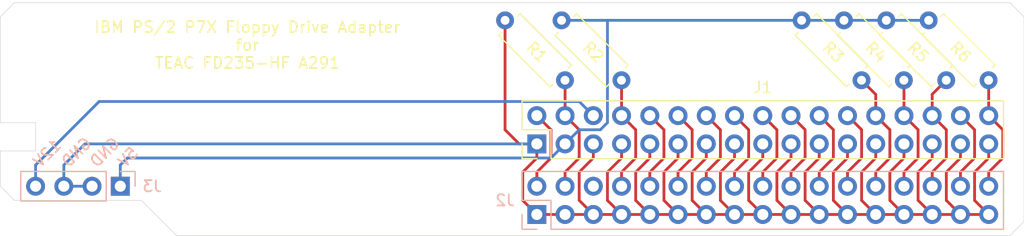
<source format=kicad_pcb>
(kicad_pcb (version 20171130) (host pcbnew 5.1.9)

  (general
    (thickness 1.6)
    (drawings 19)
    (tracks 159)
    (zones 0)
    (modules 9)
    (nets 21)
  )

  (page A4)
  (title_block
    (title "IBM PS/2 P7X Floppy Drive Adapter for TEAC FD235-HF A291")
    (date 2021-04-07)
    (rev v01)
    (company "Malte Dehling")
  )

  (layers
    (0 F.Cu signal)
    (31 B.Cu signal)
    (32 B.Adhes user)
    (33 F.Adhes user)
    (34 B.Paste user)
    (35 F.Paste user)
    (36 B.SilkS user)
    (37 F.SilkS user)
    (38 B.Mask user)
    (39 F.Mask user)
    (40 Dwgs.User user)
    (41 Cmts.User user)
    (42 Eco1.User user)
    (43 Eco2.User user)
    (44 Edge.Cuts user)
    (45 Margin user)
    (46 B.CrtYd user)
    (47 F.CrtYd user)
    (48 B.Fab user)
    (49 F.Fab user)
  )

  (setup
    (last_trace_width 0.25)
    (trace_clearance 0.2)
    (zone_clearance 0.508)
    (zone_45_only no)
    (trace_min 0.2)
    (via_size 0.8)
    (via_drill 0.4)
    (via_min_size 0.4)
    (via_min_drill 0.3)
    (uvia_size 0.3)
    (uvia_drill 0.1)
    (uvias_allowed no)
    (uvia_min_size 0.2)
    (uvia_min_drill 0.1)
    (edge_width 0.05)
    (segment_width 0.2)
    (pcb_text_width 0.3)
    (pcb_text_size 1.5 1.5)
    (mod_edge_width 0.12)
    (mod_text_size 1 1)
    (mod_text_width 0.15)
    (pad_size 1.524 1.524)
    (pad_drill 0.762)
    (pad_to_mask_clearance 0)
    (aux_axis_origin 0 0)
    (visible_elements FFFFFF7F)
    (pcbplotparams
      (layerselection 0x010fc_ffffffff)
      (usegerberextensions false)
      (usegerberattributes true)
      (usegerberadvancedattributes true)
      (creategerberjobfile true)
      (excludeedgelayer true)
      (linewidth 0.100000)
      (plotframeref false)
      (viasonmask false)
      (mode 1)
      (useauxorigin false)
      (hpglpennumber 1)
      (hpglpenspeed 20)
      (hpglpendiameter 15.000000)
      (psnegative false)
      (psa4output false)
      (plotreference true)
      (plotvalue true)
      (plotinvisibletext false)
      (padsonsilk false)
      (subtractmaskfromsilk false)
      (outputformat 1)
      (mirror false)
      (drillshape 1)
      (scaleselection 1)
      (outputdirectory ""))
  )

  (net 0 "")
  (net 1 GND)
  (net 2 /HDSEL)
  (net 3 +5V)
  (net 4 /ID1)
  (net 5 +12V)
  (net 6 /INDEX)
  (net 7 /MOTEN_B)
  (net 8 /DSEL_A)
  (net 9 /DSEL_B)
  (net 10 /MOTEN_A)
  (net 11 /DIR)
  (net 12 /STEP)
  (net 13 /WDATA)
  (net 14 /WENABLE)
  (net 15 /TRACK0)
  (net 16 /WPROT)
  (net 17 /RDATA)
  (net 18 /H1SEL)
  (net 19 /DISKCHG)
  (net 20 "Net-(J2-Pad6)")

  (net_class Default "This is the default net class."
    (clearance 0.2)
    (trace_width 0.25)
    (via_dia 0.8)
    (via_drill 0.4)
    (uvia_dia 0.3)
    (uvia_drill 0.1)
    (add_net +12V)
    (add_net +5V)
    (add_net /DIR)
    (add_net /DISKCHG)
    (add_net /DSEL_A)
    (add_net /DSEL_B)
    (add_net /H1SEL)
    (add_net /HDSEL)
    (add_net /ID1)
    (add_net /INDEX)
    (add_net /MOTEN_A)
    (add_net /MOTEN_B)
    (add_net /RDATA)
    (add_net /STEP)
    (add_net /TRACK0)
    (add_net /WDATA)
    (add_net /WENABLE)
    (add_net /WPROT)
    (add_net GND)
    (add_net "Net-(J2-Pad6)")
  )

  (module Connector_PinSocket_2.54mm:PinSocket_1x04_P2.54mm_Vertical (layer B.Cu) (tedit 5A19A429) (tstamp 60443387)
    (at 115.57 109.22 90)
    (descr "Through hole straight socket strip, 1x04, 2.54mm pitch, single row (from Kicad 4.0.7), script generated")
    (tags "Through hole socket strip THT 1x04 2.54mm single row")
    (path /6032E183)
    (fp_text reference J3 (at 0 1.905 unlocked) (layer B.SilkS)
      (effects (font (size 1 1) (thickness 0.15)) (justify right mirror))
    )
    (fp_text value "Floppy Power" (at 2.54 -3.81 180) (layer B.Fab)
      (effects (font (size 1 1) (thickness 0.15)) (justify mirror))
    )
    (fp_text user %R (at 0 1.905 unlocked) (layer B.Fab)
      (effects (font (size 1 1) (thickness 0.15)) (justify right mirror))
    )
    (fp_line (start -1.27 1.27) (end 0.635 1.27) (layer B.Fab) (width 0.1))
    (fp_line (start 0.635 1.27) (end 1.27 0.635) (layer B.Fab) (width 0.1))
    (fp_line (start 1.27 0.635) (end 1.27 -8.89) (layer B.Fab) (width 0.1))
    (fp_line (start 1.27 -8.89) (end -1.27 -8.89) (layer B.Fab) (width 0.1))
    (fp_line (start -1.27 -8.89) (end -1.27 1.27) (layer B.Fab) (width 0.1))
    (fp_line (start -1.33 -1.27) (end 1.33 -1.27) (layer B.SilkS) (width 0.12))
    (fp_line (start -1.33 -1.27) (end -1.33 -8.95) (layer B.SilkS) (width 0.12))
    (fp_line (start -1.33 -8.95) (end 1.33 -8.95) (layer B.SilkS) (width 0.12))
    (fp_line (start 1.33 -1.27) (end 1.33 -8.95) (layer B.SilkS) (width 0.12))
    (fp_line (start 1.33 1.33) (end 1.33 0) (layer B.SilkS) (width 0.12))
    (fp_line (start 0 1.33) (end 1.33 1.33) (layer B.SilkS) (width 0.12))
    (fp_line (start -1.8 1.8) (end 1.75 1.8) (layer B.CrtYd) (width 0.05))
    (fp_line (start 1.75 1.8) (end 1.75 -9.4) (layer B.CrtYd) (width 0.05))
    (fp_line (start 1.75 -9.4) (end -1.8 -9.4) (layer B.CrtYd) (width 0.05))
    (fp_line (start -1.8 -9.4) (end -1.8 1.8) (layer B.CrtYd) (width 0.05))
    (pad 4 thru_hole oval (at 0 -7.62 90) (size 1.7 1.7) (drill 1) (layers *.Cu *.Mask)
      (net 5 +12V))
    (pad 3 thru_hole oval (at 0 -5.08 90) (size 1.7 1.7) (drill 1) (layers *.Cu *.Mask)
      (net 1 GND))
    (pad 2 thru_hole oval (at 0 -2.54 90) (size 1.7 1.7) (drill 1) (layers *.Cu *.Mask)
      (net 1 GND))
    (pad 1 thru_hole rect (at 0 0 90) (size 1.7 1.7) (drill 1) (layers *.Cu *.Mask)
      (net 3 +5V))
    (model ${KISYS3DMOD}/Connector_PinSocket_2.54mm.3dshapes/PinSocket_1x04_P2.54mm_Vertical.wrl
      (at (xyz 0 0 0))
      (scale (xyz 1 1 1))
      (rotate (xyz 0 0 0))
    )
  )

  (module Resistor_THT:R_Axial_DIN0207_L6.3mm_D2.5mm_P7.62mm_Horizontal (layer F.Cu) (tedit 5AE5139B) (tstamp 604433F4)
    (at 188.2775 94.2975 315)
    (descr "Resistor, Axial_DIN0207 series, Axial, Horizontal, pin pitch=7.62mm, 0.25W = 1/4W, length*diameter=6.3*2.5mm^2, http://cdn-reichelt.de/documents/datenblatt/B400/1_4W%23YAG.pdf")
    (tags "Resistor Axial_DIN0207 series Axial Horizontal pin pitch 7.62mm 0.25W = 1/4W length 6.3mm diameter 2.5mm")
    (path /6048DB0C)
    (fp_text reference R6 (at 4.041115 0 315 unlocked) (layer F.SilkS)
      (effects (font (size 1 1) (thickness 0.15)))
    )
    (fp_text value 1K (at 5.837166 0 315 unlocked) (layer F.Fab)
      (effects (font (size 1 1) (thickness 0.15)))
    )
    (fp_text user %R (at 4.041115 0 315 unlocked) (layer F.Fab)
      (effects (font (size 1 1) (thickness 0.15)))
    )
    (fp_line (start 0.66 -1.25) (end 0.66 1.25) (layer F.Fab) (width 0.1))
    (fp_line (start 0.66 1.25) (end 6.96 1.25) (layer F.Fab) (width 0.1))
    (fp_line (start 6.96 1.25) (end 6.96 -1.25) (layer F.Fab) (width 0.1))
    (fp_line (start 6.96 -1.25) (end 0.66 -1.25) (layer F.Fab) (width 0.1))
    (fp_line (start 0 0) (end 0.66 0) (layer F.Fab) (width 0.1))
    (fp_line (start 7.62 0) (end 6.96 0) (layer F.Fab) (width 0.1))
    (fp_line (start 0.54 -1.04) (end 0.54 -1.37) (layer F.SilkS) (width 0.12))
    (fp_line (start 0.54 -1.37) (end 7.08 -1.37) (layer F.SilkS) (width 0.12))
    (fp_line (start 7.08 -1.37) (end 7.08 -1.04) (layer F.SilkS) (width 0.12))
    (fp_line (start 0.54 1.04) (end 0.54 1.37) (layer F.SilkS) (width 0.12))
    (fp_line (start 0.54 1.37) (end 7.08 1.37) (layer F.SilkS) (width 0.12))
    (fp_line (start 7.08 1.37) (end 7.08 1.04) (layer F.SilkS) (width 0.12))
    (fp_line (start -1.05 -1.5) (end -1.05 1.5) (layer F.CrtYd) (width 0.05))
    (fp_line (start -1.05 1.5) (end 8.67 1.5) (layer F.CrtYd) (width 0.05))
    (fp_line (start 8.67 1.5) (end 8.67 -1.5) (layer F.CrtYd) (width 0.05))
    (fp_line (start 8.67 -1.5) (end -1.05 -1.5) (layer F.CrtYd) (width 0.05))
    (pad 2 thru_hole oval (at 7.62 0 315) (size 1.6 1.6) (drill 0.8) (layers *.Cu *.Mask)
      (net 19 /DISKCHG))
    (pad 1 thru_hole circle (at 0 0 315) (size 1.6 1.6) (drill 0.8) (layers *.Cu *.Mask)
      (net 3 +5V))
    (model ${KISYS3DMOD}/Resistor_THT.3dshapes/R_Axial_DIN0207_L6.3mm_D2.5mm_P7.62mm_Horizontal.wrl
      (at (xyz 0 0 0))
      (scale (xyz 1 1 1))
      (rotate (xyz 0 0 0))
    )
  )

  (module Resistor_THT:R_Axial_DIN0207_L6.3mm_D2.5mm_P7.62mm_Horizontal (layer F.Cu) (tedit 5AE5139B) (tstamp 604384AF)
    (at 155.2575 94.2975 315)
    (descr "Resistor, Axial_DIN0207 series, Axial, Horizontal, pin pitch=7.62mm, 0.25W = 1/4W, length*diameter=6.3*2.5mm^2, http://cdn-reichelt.de/documents/datenblatt/B400/1_4W%23YAG.pdf")
    (tags "Resistor Axial_DIN0207 series Axial Horizontal pin pitch 7.62mm 0.25W = 1/4W length 6.3mm diameter 2.5mm")
    (path /602ED89B)
    (fp_text reference R2 (at 4.041115 0 315 unlocked) (layer F.SilkS)
      (effects (font (size 1 1) (thickness 0.15)))
    )
    (fp_text value 1K (at 5.837166 0 135 unlocked) (layer F.Fab)
      (effects (font (size 1 1) (thickness 0.15)))
    )
    (fp_text user %R (at 4.041115 0 135 unlocked) (layer F.Fab)
      (effects (font (size 1 1) (thickness 0.15)))
    )
    (fp_line (start 0.66 -1.25) (end 0.66 1.25) (layer F.Fab) (width 0.1))
    (fp_line (start 0.66 1.25) (end 6.96 1.25) (layer F.Fab) (width 0.1))
    (fp_line (start 6.96 1.25) (end 6.96 -1.25) (layer F.Fab) (width 0.1))
    (fp_line (start 6.96 -1.25) (end 0.66 -1.25) (layer F.Fab) (width 0.1))
    (fp_line (start 0 0) (end 0.66 0) (layer F.Fab) (width 0.1))
    (fp_line (start 7.62 0) (end 6.96 0) (layer F.Fab) (width 0.1))
    (fp_line (start 0.54 -1.04) (end 0.54 -1.37) (layer F.SilkS) (width 0.12))
    (fp_line (start 0.54 -1.37) (end 7.08 -1.37) (layer F.SilkS) (width 0.12))
    (fp_line (start 7.08 -1.37) (end 7.08 -1.04) (layer F.SilkS) (width 0.12))
    (fp_line (start 0.54 1.04) (end 0.54 1.37) (layer F.SilkS) (width 0.12))
    (fp_line (start 0.54 1.37) (end 7.08 1.37) (layer F.SilkS) (width 0.12))
    (fp_line (start 7.08 1.37) (end 7.08 1.04) (layer F.SilkS) (width 0.12))
    (fp_line (start -1.05 -1.5) (end -1.05 1.5) (layer F.CrtYd) (width 0.05))
    (fp_line (start -1.05 1.5) (end 8.67 1.5) (layer F.CrtYd) (width 0.05))
    (fp_line (start 8.67 1.5) (end 8.67 -1.5) (layer F.CrtYd) (width 0.05))
    (fp_line (start 8.67 -1.5) (end -1.05 -1.5) (layer F.CrtYd) (width 0.05))
    (pad 2 thru_hole oval (at 7.62 0 315) (size 1.6 1.6) (drill 0.8) (layers *.Cu *.Mask)
      (net 6 /INDEX))
    (pad 1 thru_hole circle (at 0 0 315) (size 1.6 1.6) (drill 0.8) (layers *.Cu *.Mask)
      (net 3 +5V))
    (model ${KISYS3DMOD}/Resistor_THT.3dshapes/R_Axial_DIN0207_L6.3mm_D2.5mm_P7.62mm_Horizontal.wrl
      (at (xyz 0 0 0))
      (scale (xyz 1 1 1))
      (rotate (xyz 0 0 0))
    )
  )

  (module Resistor_THT:R_Axial_DIN0207_L6.3mm_D2.5mm_P7.62mm_Horizontal (layer F.Cu) (tedit 5AE5139B) (tstamp 6044DAC6)
    (at 150.1775 94.2975 315)
    (descr "Resistor, Axial_DIN0207 series, Axial, Horizontal, pin pitch=7.62mm, 0.25W = 1/4W, length*diameter=6.3*2.5mm^2, http://cdn-reichelt.de/documents/datenblatt/B400/1_4W%23YAG.pdf")
    (tags "Resistor Axial_DIN0207 series Axial Horizontal pin pitch 7.62mm 0.25W = 1/4W length 6.3mm diameter 2.5mm")
    (path /60322258)
    (fp_text reference R1 (at 4.041115 0 315 unlocked) (layer F.SilkS)
      (effects (font (size 1 1) (thickness 0.15)))
    )
    (fp_text value 1K (at 5.837166 0 135 unlocked) (layer F.Fab)
      (effects (font (size 1 1) (thickness 0.15)))
    )
    (fp_text user %R (at 4.041115 0 315 unlocked) (layer F.Fab)
      (effects (font (size 1 1) (thickness 0.15)))
    )
    (fp_line (start 0.66 -1.25) (end 0.66 1.25) (layer F.Fab) (width 0.1))
    (fp_line (start 0.66 1.25) (end 6.96 1.25) (layer F.Fab) (width 0.1))
    (fp_line (start 6.96 1.25) (end 6.96 -1.25) (layer F.Fab) (width 0.1))
    (fp_line (start 6.96 -1.25) (end 0.66 -1.25) (layer F.Fab) (width 0.1))
    (fp_line (start 0 0) (end 0.66 0) (layer F.Fab) (width 0.1))
    (fp_line (start 7.62 0) (end 6.96 0) (layer F.Fab) (width 0.1))
    (fp_line (start 0.54 -1.04) (end 0.54 -1.37) (layer F.SilkS) (width 0.12))
    (fp_line (start 0.54 -1.37) (end 7.08 -1.37) (layer F.SilkS) (width 0.12))
    (fp_line (start 7.08 -1.37) (end 7.08 -1.04) (layer F.SilkS) (width 0.12))
    (fp_line (start 0.54 1.04) (end 0.54 1.37) (layer F.SilkS) (width 0.12))
    (fp_line (start 0.54 1.37) (end 7.08 1.37) (layer F.SilkS) (width 0.12))
    (fp_line (start 7.08 1.37) (end 7.08 1.04) (layer F.SilkS) (width 0.12))
    (fp_line (start -1.05 -1.5) (end -1.05 1.5) (layer F.CrtYd) (width 0.05))
    (fp_line (start -1.05 1.5) (end 8.67 1.5) (layer F.CrtYd) (width 0.05))
    (fp_line (start 8.67 1.5) (end 8.67 -1.5) (layer F.CrtYd) (width 0.05))
    (fp_line (start 8.67 -1.5) (end -1.05 -1.5) (layer F.CrtYd) (width 0.05))
    (pad 2 thru_hole oval (at 7.62 0 315) (size 1.6 1.6) (drill 0.8) (layers *.Cu *.Mask)
      (net 4 /ID1))
    (pad 1 thru_hole circle (at 0 0 315) (size 1.6 1.6) (drill 0.8) (layers *.Cu *.Mask)
      (net 1 GND))
    (model ${KISYS3DMOD}/Resistor_THT.3dshapes/R_Axial_DIN0207_L6.3mm_D2.5mm_P7.62mm_Horizontal.wrl
      (at (xyz 0 0 0))
      (scale (xyz 1 1 1))
      (rotate (xyz 0 0 0))
    )
  )

  (module Resistor_THT:R_Axial_DIN0207_L6.3mm_D2.5mm_P7.62mm_Horizontal (layer F.Cu) (tedit 5AE5139B) (tstamp 606D9640)
    (at 176.8475 94.2975 315)
    (descr "Resistor, Axial_DIN0207 series, Axial, Horizontal, pin pitch=7.62mm, 0.25W = 1/4W, length*diameter=6.3*2.5mm^2, http://cdn-reichelt.de/documents/datenblatt/B400/1_4W%23YAG.pdf")
    (tags "Resistor Axial_DIN0207 series Axial Horizontal pin pitch 7.62mm 0.25W = 1/4W length 6.3mm diameter 2.5mm")
    (path /6048CB0A)
    (fp_text reference R3 (at 4.041115 0 315 unlocked) (layer F.SilkS)
      (effects (font (size 1 1) (thickness 0.15)))
    )
    (fp_text value 1K (at 5.837166 0 315 unlocked) (layer F.Fab)
      (effects (font (size 1 1) (thickness 0.15)))
    )
    (fp_text user %R (at 4.041115 0 315 unlocked) (layer F.Fab)
      (effects (font (size 1 1) (thickness 0.15)))
    )
    (fp_line (start 0.66 -1.25) (end 0.66 1.25) (layer F.Fab) (width 0.1))
    (fp_line (start 0.66 1.25) (end 6.96 1.25) (layer F.Fab) (width 0.1))
    (fp_line (start 6.96 1.25) (end 6.96 -1.25) (layer F.Fab) (width 0.1))
    (fp_line (start 6.96 -1.25) (end 0.66 -1.25) (layer F.Fab) (width 0.1))
    (fp_line (start 0 0) (end 0.66 0) (layer F.Fab) (width 0.1))
    (fp_line (start 7.62 0) (end 6.96 0) (layer F.Fab) (width 0.1))
    (fp_line (start 0.54 -1.04) (end 0.54 -1.37) (layer F.SilkS) (width 0.12))
    (fp_line (start 0.54 -1.37) (end 7.08 -1.37) (layer F.SilkS) (width 0.12))
    (fp_line (start 7.08 -1.37) (end 7.08 -1.04) (layer F.SilkS) (width 0.12))
    (fp_line (start 0.54 1.04) (end 0.54 1.37) (layer F.SilkS) (width 0.12))
    (fp_line (start 0.54 1.37) (end 7.08 1.37) (layer F.SilkS) (width 0.12))
    (fp_line (start 7.08 1.37) (end 7.08 1.04) (layer F.SilkS) (width 0.12))
    (fp_line (start -1.05 -1.5) (end -1.05 1.5) (layer F.CrtYd) (width 0.05))
    (fp_line (start -1.05 1.5) (end 8.67 1.5) (layer F.CrtYd) (width 0.05))
    (fp_line (start 8.67 1.5) (end 8.67 -1.5) (layer F.CrtYd) (width 0.05))
    (fp_line (start 8.67 -1.5) (end -1.05 -1.5) (layer F.CrtYd) (width 0.05))
    (pad 2 thru_hole oval (at 7.62 0 315) (size 1.6 1.6) (drill 0.8) (layers *.Cu *.Mask)
      (net 15 /TRACK0))
    (pad 1 thru_hole circle (at 0 0 315) (size 1.6 1.6) (drill 0.8) (layers *.Cu *.Mask)
      (net 3 +5V))
    (model ${KISYS3DMOD}/Resistor_THT.3dshapes/R_Axial_DIN0207_L6.3mm_D2.5mm_P7.62mm_Horizontal.wrl
      (at (xyz 0 0 0))
      (scale (xyz 1 1 1))
      (rotate (xyz 0 0 0))
    )
  )

  (module Resistor_THT:R_Axial_DIN0207_L6.3mm_D2.5mm_P7.62mm_Horizontal (layer F.Cu) (tedit 5AE5139B) (tstamp 6044D733)
    (at 180.6575 94.2975 315)
    (descr "Resistor, Axial_DIN0207 series, Axial, Horizontal, pin pitch=7.62mm, 0.25W = 1/4W, length*diameter=6.3*2.5mm^2, http://cdn-reichelt.de/documents/datenblatt/B400/1_4W%23YAG.pdf")
    (tags "Resistor Axial_DIN0207 series Axial Horizontal pin pitch 7.62mm 0.25W = 1/4W length 6.3mm diameter 2.5mm")
    (path /6048D34A)
    (fp_text reference R4 (at 4.041115 0 315 unlocked) (layer F.SilkS)
      (effects (font (size 1 1) (thickness 0.15)))
    )
    (fp_text value 1K (at 5.837166 0 315 unlocked) (layer F.Fab)
      (effects (font (size 1 1) (thickness 0.15)))
    )
    (fp_text user %R (at 4.041115 0 315 unlocked) (layer F.Fab)
      (effects (font (size 1 1) (thickness 0.15)))
    )
    (fp_line (start 0.66 -1.25) (end 0.66 1.25) (layer F.Fab) (width 0.1))
    (fp_line (start 0.66 1.25) (end 6.96 1.25) (layer F.Fab) (width 0.1))
    (fp_line (start 6.96 1.25) (end 6.96 -1.25) (layer F.Fab) (width 0.1))
    (fp_line (start 6.96 -1.25) (end 0.66 -1.25) (layer F.Fab) (width 0.1))
    (fp_line (start 0 0) (end 0.66 0) (layer F.Fab) (width 0.1))
    (fp_line (start 7.62 0) (end 6.96 0) (layer F.Fab) (width 0.1))
    (fp_line (start 0.54 -1.04) (end 0.54 -1.37) (layer F.SilkS) (width 0.12))
    (fp_line (start 0.54 -1.37) (end 7.08 -1.37) (layer F.SilkS) (width 0.12))
    (fp_line (start 7.08 -1.37) (end 7.08 -1.04) (layer F.SilkS) (width 0.12))
    (fp_line (start 0.54 1.04) (end 0.54 1.37) (layer F.SilkS) (width 0.12))
    (fp_line (start 0.54 1.37) (end 7.08 1.37) (layer F.SilkS) (width 0.12))
    (fp_line (start 7.08 1.37) (end 7.08 1.04) (layer F.SilkS) (width 0.12))
    (fp_line (start -1.05 -1.5) (end -1.05 1.5) (layer F.CrtYd) (width 0.05))
    (fp_line (start -1.05 1.5) (end 8.67 1.5) (layer F.CrtYd) (width 0.05))
    (fp_line (start 8.67 1.5) (end 8.67 -1.5) (layer F.CrtYd) (width 0.05))
    (fp_line (start 8.67 -1.5) (end -1.05 -1.5) (layer F.CrtYd) (width 0.05))
    (pad 2 thru_hole oval (at 7.62 0 315) (size 1.6 1.6) (drill 0.8) (layers *.Cu *.Mask)
      (net 16 /WPROT))
    (pad 1 thru_hole circle (at 0 0 315) (size 1.6 1.6) (drill 0.8) (layers *.Cu *.Mask)
      (net 3 +5V))
    (model ${KISYS3DMOD}/Resistor_THT.3dshapes/R_Axial_DIN0207_L6.3mm_D2.5mm_P7.62mm_Horizontal.wrl
      (at (xyz 0 0 0))
      (scale (xyz 1 1 1))
      (rotate (xyz 0 0 0))
    )
  )

  (module Resistor_THT:R_Axial_DIN0207_L6.3mm_D2.5mm_P7.62mm_Horizontal (layer F.Cu) (tedit 5AE5139B) (tstamp 606D927F)
    (at 184.4675 94.2975 315)
    (descr "Resistor, Axial_DIN0207 series, Axial, Horizontal, pin pitch=7.62mm, 0.25W = 1/4W, length*diameter=6.3*2.5mm^2, http://cdn-reichelt.de/documents/datenblatt/B400/1_4W%23YAG.pdf")
    (tags "Resistor Axial_DIN0207 series Axial Horizontal pin pitch 7.62mm 0.25W = 1/4W length 6.3mm diameter 2.5mm")
    (path /6048D80A)
    (fp_text reference R5 (at 4.041115 0 315 unlocked) (layer F.SilkS)
      (effects (font (size 1 1) (thickness 0.15)))
    )
    (fp_text value 1K (at 5.837166 0 315 unlocked) (layer F.Fab)
      (effects (font (size 1 1) (thickness 0.15)))
    )
    (fp_text user %R (at 4.041115 0 315 unlocked) (layer F.Fab)
      (effects (font (size 1 1) (thickness 0.15)))
    )
    (fp_line (start 0.66 -1.25) (end 0.66 1.25) (layer F.Fab) (width 0.1))
    (fp_line (start 0.66 1.25) (end 6.96 1.25) (layer F.Fab) (width 0.1))
    (fp_line (start 6.96 1.25) (end 6.96 -1.25) (layer F.Fab) (width 0.1))
    (fp_line (start 6.96 -1.25) (end 0.66 -1.25) (layer F.Fab) (width 0.1))
    (fp_line (start 0 0) (end 0.66 0) (layer F.Fab) (width 0.1))
    (fp_line (start 7.62 0) (end 6.96 0) (layer F.Fab) (width 0.1))
    (fp_line (start 0.54 -1.04) (end 0.54 -1.37) (layer F.SilkS) (width 0.12))
    (fp_line (start 0.54 -1.37) (end 7.08 -1.37) (layer F.SilkS) (width 0.12))
    (fp_line (start 7.08 -1.37) (end 7.08 -1.04) (layer F.SilkS) (width 0.12))
    (fp_line (start 0.54 1.04) (end 0.54 1.37) (layer F.SilkS) (width 0.12))
    (fp_line (start 0.54 1.37) (end 7.08 1.37) (layer F.SilkS) (width 0.12))
    (fp_line (start 7.08 1.37) (end 7.08 1.04) (layer F.SilkS) (width 0.12))
    (fp_line (start -1.05 -1.5) (end -1.05 1.5) (layer F.CrtYd) (width 0.05))
    (fp_line (start -1.05 1.5) (end 8.67 1.5) (layer F.CrtYd) (width 0.05))
    (fp_line (start 8.67 1.5) (end 8.67 -1.5) (layer F.CrtYd) (width 0.05))
    (fp_line (start 8.67 -1.5) (end -1.05 -1.5) (layer F.CrtYd) (width 0.05))
    (pad 2 thru_hole oval (at 7.62 0 315) (size 1.6 1.6) (drill 0.8) (layers *.Cu *.Mask)
      (net 17 /RDATA))
    (pad 1 thru_hole circle (at 0 0 315) (size 1.6 1.6) (drill 0.8) (layers *.Cu *.Mask)
      (net 3 +5V))
    (model ${KISYS3DMOD}/Resistor_THT.3dshapes/R_Axial_DIN0207_L6.3mm_D2.5mm_P7.62mm_Horizontal.wrl
      (at (xyz 0 0 0))
      (scale (xyz 1 1 1))
      (rotate (xyz 0 0 0))
    )
  )

  (module Connector_PinHeader_2.54mm:PinHeader_2x17_P2.54mm_Vertical (layer F.Cu) (tedit 59FED5CC) (tstamp 6043FAED)
    (at 153.035 105.41 90)
    (descr "Through hole straight pin header, 2x17, 2.54mm pitch, double rows")
    (tags "Through hole pin header THT 2x17 2.54mm double row")
    (path /602920B2)
    (fp_text reference J1 (at 5.08 20.32 unlocked) (layer F.SilkS)
      (effects (font (size 1 1) (thickness 0.15)))
    )
    (fp_text value "P7X Side" (at 0 -1.905 unlocked) (layer F.Fab)
      (effects (font (size 1 1) (thickness 0.15)) (justify right))
    )
    (fp_line (start 0 -1.27) (end 3.81 -1.27) (layer F.Fab) (width 0.1))
    (fp_line (start 3.81 -1.27) (end 3.81 41.91) (layer F.Fab) (width 0.1))
    (fp_line (start 3.81 41.91) (end -1.27 41.91) (layer F.Fab) (width 0.1))
    (fp_line (start -1.27 41.91) (end -1.27 0) (layer F.Fab) (width 0.1))
    (fp_line (start -1.27 0) (end 0 -1.27) (layer F.Fab) (width 0.1))
    (fp_line (start -1.33 41.97) (end 3.87 41.97) (layer F.SilkS) (width 0.12))
    (fp_line (start -1.33 1.27) (end -1.33 41.97) (layer F.SilkS) (width 0.12))
    (fp_line (start 3.87 -1.33) (end 3.87 41.97) (layer F.SilkS) (width 0.12))
    (fp_line (start -1.33 1.27) (end 1.27 1.27) (layer F.SilkS) (width 0.12))
    (fp_line (start 1.27 1.27) (end 1.27 -1.33) (layer F.SilkS) (width 0.12))
    (fp_line (start 1.27 -1.33) (end 3.87 -1.33) (layer F.SilkS) (width 0.12))
    (fp_line (start -1.33 0) (end -1.33 -1.33) (layer F.SilkS) (width 0.12))
    (fp_line (start -1.33 -1.33) (end 0 -1.33) (layer F.SilkS) (width 0.12))
    (fp_line (start -1.8 -1.8) (end -1.8 42.45) (layer F.CrtYd) (width 0.05))
    (fp_line (start -1.8 42.45) (end 4.35 42.45) (layer F.CrtYd) (width 0.05))
    (fp_line (start 4.35 42.45) (end 4.35 -1.8) (layer F.CrtYd) (width 0.05))
    (fp_line (start 4.35 -1.8) (end -1.8 -1.8) (layer F.CrtYd) (width 0.05))
    (fp_text user %R (at 1.27 20.32) (layer F.Fab)
      (effects (font (size 1 1) (thickness 0.15)))
    )
    (pad 34 thru_hole oval (at 2.54 40.64 90) (size 1.7 1.7) (drill 1) (layers *.Cu *.Mask)
      (net 19 /DISKCHG))
    (pad 33 thru_hole oval (at 0 40.64 90) (size 1.7 1.7) (drill 1) (layers *.Cu *.Mask)
      (net 1 GND))
    (pad 32 thru_hole oval (at 2.54 38.1 90) (size 1.7 1.7) (drill 1) (layers *.Cu *.Mask)
      (net 18 /H1SEL))
    (pad 31 thru_hole oval (at 0 38.1 90) (size 1.7 1.7) (drill 1) (layers *.Cu *.Mask)
      (net 1 GND))
    (pad 30 thru_hole oval (at 2.54 35.56 90) (size 1.7 1.7) (drill 1) (layers *.Cu *.Mask)
      (net 17 /RDATA))
    (pad 29 thru_hole oval (at 0 35.56 90) (size 1.7 1.7) (drill 1) (layers *.Cu *.Mask)
      (net 1 GND))
    (pad 28 thru_hole oval (at 2.54 33.02 90) (size 1.7 1.7) (drill 1) (layers *.Cu *.Mask)
      (net 16 /WPROT))
    (pad 27 thru_hole oval (at 0 33.02 90) (size 1.7 1.7) (drill 1) (layers *.Cu *.Mask)
      (net 1 GND))
    (pad 26 thru_hole oval (at 2.54 30.48 90) (size 1.7 1.7) (drill 1) (layers *.Cu *.Mask)
      (net 15 /TRACK0))
    (pad 25 thru_hole oval (at 0 30.48 90) (size 1.7 1.7) (drill 1) (layers *.Cu *.Mask)
      (net 1 GND))
    (pad 24 thru_hole oval (at 2.54 27.94 90) (size 1.7 1.7) (drill 1) (layers *.Cu *.Mask)
      (net 14 /WENABLE))
    (pad 23 thru_hole oval (at 0 27.94 90) (size 1.7 1.7) (drill 1) (layers *.Cu *.Mask)
      (net 1 GND))
    (pad 22 thru_hole oval (at 2.54 25.4 90) (size 1.7 1.7) (drill 1) (layers *.Cu *.Mask)
      (net 13 /WDATA))
    (pad 21 thru_hole oval (at 0 25.4 90) (size 1.7 1.7) (drill 1) (layers *.Cu *.Mask)
      (net 1 GND))
    (pad 20 thru_hole oval (at 2.54 22.86 90) (size 1.7 1.7) (drill 1) (layers *.Cu *.Mask)
      (net 12 /STEP))
    (pad 19 thru_hole oval (at 0 22.86 90) (size 1.7 1.7) (drill 1) (layers *.Cu *.Mask)
      (net 1 GND))
    (pad 18 thru_hole oval (at 2.54 20.32 90) (size 1.7 1.7) (drill 1) (layers *.Cu *.Mask)
      (net 11 /DIR))
    (pad 17 thru_hole oval (at 0 20.32 90) (size 1.7 1.7) (drill 1) (layers *.Cu *.Mask)
      (net 1 GND))
    (pad 16 thru_hole oval (at 2.54 17.78 90) (size 1.7 1.7) (drill 1) (layers *.Cu *.Mask)
      (net 10 /MOTEN_A))
    (pad 15 thru_hole oval (at 0 17.78 90) (size 1.7 1.7) (drill 1) (layers *.Cu *.Mask)
      (net 1 GND))
    (pad 14 thru_hole oval (at 2.54 15.24 90) (size 1.7 1.7) (drill 1) (layers *.Cu *.Mask)
      (net 9 /DSEL_B))
    (pad 13 thru_hole oval (at 0 15.24 90) (size 1.7 1.7) (drill 1) (layers *.Cu *.Mask)
      (net 1 GND))
    (pad 12 thru_hole oval (at 2.54 12.7 90) (size 1.7 1.7) (drill 1) (layers *.Cu *.Mask)
      (net 8 /DSEL_A))
    (pad 11 thru_hole oval (at 0 12.7 90) (size 1.7 1.7) (drill 1) (layers *.Cu *.Mask)
      (net 1 GND))
    (pad 10 thru_hole oval (at 2.54 10.16 90) (size 1.7 1.7) (drill 1) (layers *.Cu *.Mask)
      (net 7 /MOTEN_B))
    (pad 9 thru_hole oval (at 0 10.16 90) (size 1.7 1.7) (drill 1) (layers *.Cu *.Mask)
      (net 1 GND))
    (pad 8 thru_hole oval (at 2.54 7.62 90) (size 1.7 1.7) (drill 1) (layers *.Cu *.Mask)
      (net 6 /INDEX))
    (pad 7 thru_hole oval (at 0 7.62 90) (size 1.7 1.7) (drill 1) (layers *.Cu *.Mask)
      (net 1 GND))
    (pad 6 thru_hole oval (at 2.54 5.08 90) (size 1.7 1.7) (drill 1) (layers *.Cu *.Mask)
      (net 5 +12V))
    (pad 5 thru_hole oval (at 0 5.08 90) (size 1.7 1.7) (drill 1) (layers *.Cu *.Mask)
      (net 1 GND))
    (pad 4 thru_hole oval (at 2.54 2.54 90) (size 1.7 1.7) (drill 1) (layers *.Cu *.Mask)
      (net 4 /ID1))
    (pad 3 thru_hole oval (at 0 2.54 90) (size 1.7 1.7) (drill 1) (layers *.Cu *.Mask)
      (net 3 +5V))
    (pad 2 thru_hole oval (at 2.54 0 90) (size 1.7 1.7) (drill 1) (layers *.Cu *.Mask)
      (net 2 /HDSEL))
    (pad 1 thru_hole rect (at 0 0 90) (size 1.7 1.7) (drill 1) (layers *.Cu *.Mask)
      (net 1 GND))
    (model ${KISYS3DMOD}/Connector_PinHeader_2.54mm.3dshapes/PinHeader_2x17_P2.54mm_Vertical.wrl
      (at (xyz 0 0 0))
      (scale (xyz 1 1 1))
      (rotate (xyz 0 0 0))
    )
  )

  (module Connector_PinSocket_2.54mm:PinSocket_2x17_P2.54mm_Vertical (layer B.Cu) (tedit 5A19A431) (tstamp 606D9795)
    (at 153.035 111.76 270)
    (descr "Through hole straight socket strip, 2x17, 2.54mm pitch, double cols (from Kicad 4.0.7), script generated")
    (tags "Through hole socket strip THT 2x17 2.54mm double row")
    (path /6029FC5D)
    (fp_text reference J2 (at -1.27 1.905 unlocked) (layer B.SilkS)
      (effects (font (size 1 1) (thickness 0.15)) (justify left mirror))
    )
    (fp_text value "Drive Side" (at 0 1.905 unlocked) (layer B.Fab)
      (effects (font (size 1 1) (thickness 0.15)) (justify left mirror))
    )
    (fp_line (start -4.34 -42.4) (end -4.34 1.8) (layer B.CrtYd) (width 0.05))
    (fp_line (start 1.76 -42.4) (end -4.34 -42.4) (layer B.CrtYd) (width 0.05))
    (fp_line (start 1.76 1.8) (end 1.76 -42.4) (layer B.CrtYd) (width 0.05))
    (fp_line (start -4.34 1.8) (end 1.76 1.8) (layer B.CrtYd) (width 0.05))
    (fp_line (start 0 1.33) (end 1.33 1.33) (layer B.SilkS) (width 0.12))
    (fp_line (start 1.33 1.33) (end 1.33 0) (layer B.SilkS) (width 0.12))
    (fp_line (start -1.27 1.33) (end -1.27 -1.27) (layer B.SilkS) (width 0.12))
    (fp_line (start -1.27 -1.27) (end 1.33 -1.27) (layer B.SilkS) (width 0.12))
    (fp_line (start 1.33 -1.27) (end 1.33 -41.97) (layer B.SilkS) (width 0.12))
    (fp_line (start -3.87 -41.97) (end 1.33 -41.97) (layer B.SilkS) (width 0.12))
    (fp_line (start -3.87 1.33) (end -3.87 -41.97) (layer B.SilkS) (width 0.12))
    (fp_line (start -3.87 1.33) (end -1.27 1.33) (layer B.SilkS) (width 0.12))
    (fp_line (start -3.81 -41.91) (end -3.81 1.27) (layer B.Fab) (width 0.1))
    (fp_line (start 1.27 -41.91) (end -3.81 -41.91) (layer B.Fab) (width 0.1))
    (fp_line (start 1.27 0.27) (end 1.27 -41.91) (layer B.Fab) (width 0.1))
    (fp_line (start 0.27 1.27) (end 1.27 0.27) (layer B.Fab) (width 0.1))
    (fp_line (start -3.81 1.27) (end 0.27 1.27) (layer B.Fab) (width 0.1))
    (fp_text user %R (at -1.27 -20.32 180) (layer B.Fab)
      (effects (font (size 1 1) (thickness 0.15)) (justify mirror))
    )
    (pad 1 thru_hole rect (at 0 0 270) (size 1.7 1.7) (drill 1) (layers *.Cu *.Mask)
      (net 1 GND))
    (pad 2 thru_hole oval (at -2.54 0 270) (size 1.7 1.7) (drill 1) (layers *.Cu *.Mask)
      (net 2 /HDSEL))
    (pad 3 thru_hole oval (at 0 -2.54 270) (size 1.7 1.7) (drill 1) (layers *.Cu *.Mask)
      (net 1 GND))
    (pad 4 thru_hole oval (at -2.54 -2.54 270) (size 1.7 1.7) (drill 1) (layers *.Cu *.Mask)
      (net 4 /ID1))
    (pad 5 thru_hole oval (at 0 -5.08 270) (size 1.7 1.7) (drill 1) (layers *.Cu *.Mask)
      (net 1 GND))
    (pad 6 thru_hole oval (at -2.54 -5.08 270) (size 1.7 1.7) (drill 1) (layers *.Cu *.Mask)
      (net 20 "Net-(J2-Pad6)"))
    (pad 7 thru_hole oval (at 0 -7.62 270) (size 1.7 1.7) (drill 1) (layers *.Cu *.Mask)
      (net 1 GND))
    (pad 8 thru_hole oval (at -2.54 -7.62 270) (size 1.7 1.7) (drill 1) (layers *.Cu *.Mask)
      (net 6 /INDEX))
    (pad 9 thru_hole oval (at 0 -10.16 270) (size 1.7 1.7) (drill 1) (layers *.Cu *.Mask)
      (net 1 GND))
    (pad 10 thru_hole oval (at -2.54 -10.16 270) (size 1.7 1.7) (drill 1) (layers *.Cu *.Mask)
      (net 7 /MOTEN_B))
    (pad 11 thru_hole oval (at 0 -12.7 270) (size 1.7 1.7) (drill 1) (layers *.Cu *.Mask)
      (net 1 GND))
    (pad 12 thru_hole oval (at -2.54 -12.7 270) (size 1.7 1.7) (drill 1) (layers *.Cu *.Mask)
      (net 8 /DSEL_A))
    (pad 13 thru_hole oval (at 0 -15.24 270) (size 1.7 1.7) (drill 1) (layers *.Cu *.Mask)
      (net 1 GND))
    (pad 14 thru_hole oval (at -2.54 -15.24 270) (size 1.7 1.7) (drill 1) (layers *.Cu *.Mask)
      (net 9 /DSEL_B))
    (pad 15 thru_hole oval (at 0 -17.78 270) (size 1.7 1.7) (drill 1) (layers *.Cu *.Mask)
      (net 1 GND))
    (pad 16 thru_hole oval (at -2.54 -17.78 270) (size 1.7 1.7) (drill 1) (layers *.Cu *.Mask)
      (net 10 /MOTEN_A))
    (pad 17 thru_hole oval (at 0 -20.32 270) (size 1.7 1.7) (drill 1) (layers *.Cu *.Mask)
      (net 1 GND))
    (pad 18 thru_hole oval (at -2.54 -20.32 270) (size 1.7 1.7) (drill 1) (layers *.Cu *.Mask)
      (net 11 /DIR))
    (pad 19 thru_hole oval (at 0 -22.86 270) (size 1.7 1.7) (drill 1) (layers *.Cu *.Mask)
      (net 1 GND))
    (pad 20 thru_hole oval (at -2.54 -22.86 270) (size 1.7 1.7) (drill 1) (layers *.Cu *.Mask)
      (net 12 /STEP))
    (pad 21 thru_hole oval (at 0 -25.4 270) (size 1.7 1.7) (drill 1) (layers *.Cu *.Mask)
      (net 1 GND))
    (pad 22 thru_hole oval (at -2.54 -25.4 270) (size 1.7 1.7) (drill 1) (layers *.Cu *.Mask)
      (net 13 /WDATA))
    (pad 23 thru_hole oval (at 0 -27.94 270) (size 1.7 1.7) (drill 1) (layers *.Cu *.Mask)
      (net 1 GND))
    (pad 24 thru_hole oval (at -2.54 -27.94 270) (size 1.7 1.7) (drill 1) (layers *.Cu *.Mask)
      (net 14 /WENABLE))
    (pad 25 thru_hole oval (at 0 -30.48 270) (size 1.7 1.7) (drill 1) (layers *.Cu *.Mask)
      (net 1 GND))
    (pad 26 thru_hole oval (at -2.54 -30.48 270) (size 1.7 1.7) (drill 1) (layers *.Cu *.Mask)
      (net 15 /TRACK0))
    (pad 27 thru_hole oval (at 0 -33.02 270) (size 1.7 1.7) (drill 1) (layers *.Cu *.Mask)
      (net 1 GND))
    (pad 28 thru_hole oval (at -2.54 -33.02 270) (size 1.7 1.7) (drill 1) (layers *.Cu *.Mask)
      (net 16 /WPROT))
    (pad 29 thru_hole oval (at 0 -35.56 270) (size 1.7 1.7) (drill 1) (layers *.Cu *.Mask)
      (net 1 GND))
    (pad 30 thru_hole oval (at -2.54 -35.56 270) (size 1.7 1.7) (drill 1) (layers *.Cu *.Mask)
      (net 17 /RDATA))
    (pad 31 thru_hole oval (at 0 -38.1 270) (size 1.7 1.7) (drill 1) (layers *.Cu *.Mask)
      (net 1 GND))
    (pad 32 thru_hole oval (at -2.54 -38.1 270) (size 1.7 1.7) (drill 1) (layers *.Cu *.Mask)
      (net 18 /H1SEL))
    (pad 33 thru_hole oval (at 0 -40.64 270) (size 1.7 1.7) (drill 1) (layers *.Cu *.Mask)
      (net 1 GND))
    (pad 34 thru_hole oval (at -2.54 -40.64 270) (size 1.7 1.7) (drill 1) (layers *.Cu *.Mask)
      (net 19 /DISKCHG))
    (model ${KISYS3DMOD}/Connector_PinSocket_2.54mm.3dshapes/PinSocket_2x17_P2.54mm_Vertical.wrl
      (at (xyz 0 0 0))
      (scale (xyz 1 1 1))
      (rotate (xyz 0 0 0))
    )
  )

  (gr_line (start 106.045 110.49) (end 117.475 110.49) (layer Edge.Cuts) (width 0.05) (tstamp 606D8B29))
  (gr_line (start 104.775 93.98) (end 106.045 92.71) (layer Edge.Cuts) (width 0.05))
  (gr_line (start 104.775 103.505) (end 104.775 93.98) (layer Edge.Cuts) (width 0.05))
  (gr_line (start 107.95 103.505) (end 104.775 103.505) (layer Edge.Cuts) (width 0.05))
  (gr_line (start 107.95 106.045) (end 107.95 103.505) (layer Edge.Cuts) (width 0.05))
  (gr_line (start 104.775 106.045) (end 107.95 106.045) (layer Edge.Cuts) (width 0.05))
  (gr_line (start 104.775 109.22) (end 104.775 106.045) (layer Edge.Cuts) (width 0.05))
  (gr_line (start 106.045 110.49) (end 104.775 109.22) (layer Edge.Cuts) (width 0.05))
  (gr_line (start 117.475 110.49) (end 120.65 113.665) (layer Edge.Cuts) (width 0.05))
  (gr_line (start 196.85 93.98) (end 196.85 112.395) (layer Edge.Cuts) (width 0.05) (tstamp 606D64F6))
  (gr_line (start 195.58 92.71) (end 106.045 92.71) (layer Edge.Cuts) (width 0.05))
  (gr_line (start 196.85 93.98) (end 195.58 92.71) (layer Edge.Cuts) (width 0.05))
  (gr_line (start 195.58 113.665) (end 196.85 112.395) (layer Edge.Cuts) (width 0.05))
  (gr_line (start 120.65 113.665) (end 195.58 113.665) (layer Edge.Cuts) (width 0.05))
  (gr_text 12V (at 107.95 107.315 45) (layer B.SilkS) (tstamp 606D8D85)
    (effects (font (size 1 1) (thickness 0.15)) (justify right mirror))
  )
  (gr_text GND (at 113.03 107.315 45) (layer B.SilkS)
    (effects (font (size 1 1) (thickness 0.15)) (justify right mirror))
  )
  (gr_text GND (at 110.49 107.315 45) (layer B.SilkS)
    (effects (font (size 1 1) (thickness 0.15)) (justify right mirror))
  )
  (gr_text 5V (at 115.57 107.315 45) (layer B.SilkS)
    (effects (font (size 1 1) (thickness 0.15)) (justify right mirror))
  )
  (gr_text "IBM PS/2 P7X Floppy Drive Adapter\nfor\nTEAC FD235-HF A291" (at 127 96.52) (layer F.SilkS)
    (effects (font (size 1 1) (thickness 0.15)))
  )

  (segment (start 193.675 111.76) (end 192.405 110.49) (width 0.25) (layer F.Cu) (net 1))
  (segment (start 192.405 110.49) (end 192.405 107.95) (width 0.25) (layer F.Cu) (net 1))
  (segment (start 192.405 107.95) (end 193.675 106.68) (width 0.25) (layer F.Cu) (net 1))
  (segment (start 193.675 106.68) (end 193.675 105.41) (width 0.25) (layer F.Cu) (net 1))
  (segment (start 191.135 111.76) (end 189.865 110.49) (width 0.25) (layer F.Cu) (net 1))
  (segment (start 189.865 110.49) (end 189.865 107.95) (width 0.25) (layer F.Cu) (net 1))
  (segment (start 189.865 107.95) (end 191.135 106.68) (width 0.25) (layer F.Cu) (net 1))
  (segment (start 191.135 106.68) (end 191.135 105.41) (width 0.25) (layer F.Cu) (net 1))
  (segment (start 188.595 111.76) (end 187.325 110.49) (width 0.25) (layer F.Cu) (net 1))
  (segment (start 187.325 110.49) (end 187.325 107.95) (width 0.25) (layer F.Cu) (net 1))
  (segment (start 187.325 107.95) (end 188.595 106.68) (width 0.25) (layer F.Cu) (net 1))
  (segment (start 188.595 106.68) (end 188.595 105.41) (width 0.25) (layer F.Cu) (net 1))
  (segment (start 186.055 111.76) (end 184.785 110.49) (width 0.25) (layer F.Cu) (net 1))
  (segment (start 184.785 110.49) (end 184.785 107.95) (width 0.25) (layer F.Cu) (net 1))
  (segment (start 184.785 107.95) (end 186.055 106.68) (width 0.25) (layer F.Cu) (net 1))
  (segment (start 186.055 106.68) (end 186.055 105.41) (width 0.25) (layer F.Cu) (net 1))
  (segment (start 183.515 111.76) (end 182.245 110.49) (width 0.25) (layer F.Cu) (net 1))
  (segment (start 182.245 110.49) (end 182.245 107.95) (width 0.25) (layer F.Cu) (net 1))
  (segment (start 182.245 107.95) (end 183.515 106.68) (width 0.25) (layer F.Cu) (net 1))
  (segment (start 183.515 106.68) (end 183.515 105.41) (width 0.25) (layer F.Cu) (net 1))
  (segment (start 180.975 111.76) (end 179.705 110.49) (width 0.25) (layer F.Cu) (net 1))
  (segment (start 179.705 110.49) (end 179.705 107.95) (width 0.25) (layer F.Cu) (net 1))
  (segment (start 179.705 107.95) (end 180.975 106.68) (width 0.25) (layer F.Cu) (net 1))
  (segment (start 180.975 106.68) (end 180.975 105.41) (width 0.25) (layer F.Cu) (net 1))
  (segment (start 178.435 111.76) (end 177.165 110.49) (width 0.25) (layer F.Cu) (net 1))
  (segment (start 177.165 110.49) (end 177.165 107.95) (width 0.25) (layer F.Cu) (net 1))
  (segment (start 177.165 107.95) (end 178.435 106.68) (width 0.25) (layer F.Cu) (net 1))
  (segment (start 178.435 106.68) (end 178.435 105.41) (width 0.25) (layer F.Cu) (net 1))
  (segment (start 175.895 111.76) (end 174.625 110.49) (width 0.25) (layer F.Cu) (net 1))
  (segment (start 174.625 110.49) (end 174.625 107.95) (width 0.25) (layer F.Cu) (net 1))
  (segment (start 174.625 107.95) (end 175.895 106.68) (width 0.25) (layer F.Cu) (net 1))
  (segment (start 175.895 106.68) (end 175.895 105.41) (width 0.25) (layer F.Cu) (net 1))
  (segment (start 173.355 111.76) (end 172.085 110.49) (width 0.25) (layer F.Cu) (net 1))
  (segment (start 172.085 110.49) (end 172.085 107.95) (width 0.25) (layer F.Cu) (net 1))
  (segment (start 172.085 107.95) (end 173.355 106.68) (width 0.25) (layer F.Cu) (net 1))
  (segment (start 173.355 106.68) (end 173.355 105.41) (width 0.25) (layer F.Cu) (net 1))
  (segment (start 170.815 111.76) (end 169.545 110.49) (width 0.25) (layer F.Cu) (net 1))
  (segment (start 169.545 110.49) (end 169.545 107.95) (width 0.25) (layer F.Cu) (net 1))
  (segment (start 169.545 107.95) (end 170.815 106.68) (width 0.25) (layer F.Cu) (net 1))
  (segment (start 170.815 106.68) (end 170.815 105.41) (width 0.25) (layer F.Cu) (net 1))
  (segment (start 168.275 111.76) (end 167.005 110.49) (width 0.25) (layer F.Cu) (net 1))
  (segment (start 167.005 110.49) (end 167.005 107.95) (width 0.25) (layer F.Cu) (net 1))
  (segment (start 167.005 107.95) (end 168.275 106.68) (width 0.25) (layer F.Cu) (net 1))
  (segment (start 168.275 106.68) (end 168.275 105.41) (width 0.25) (layer F.Cu) (net 1))
  (segment (start 165.735 111.76) (end 164.465 110.49) (width 0.25) (layer F.Cu) (net 1))
  (segment (start 164.465 110.49) (end 164.465 107.95) (width 0.25) (layer F.Cu) (net 1))
  (segment (start 164.465 107.95) (end 165.735 106.68) (width 0.25) (layer F.Cu) (net 1))
  (segment (start 165.735 106.68) (end 165.735 105.41) (width 0.25) (layer F.Cu) (net 1))
  (segment (start 163.195 111.76) (end 161.925 110.49) (width 0.25) (layer F.Cu) (net 1))
  (segment (start 161.925 110.49) (end 161.925 107.95) (width 0.25) (layer F.Cu) (net 1))
  (segment (start 161.925 107.95) (end 163.195 106.68) (width 0.25) (layer F.Cu) (net 1))
  (segment (start 163.195 106.68) (end 163.195 105.41) (width 0.25) (layer F.Cu) (net 1))
  (segment (start 160.655 111.76) (end 159.385 110.49) (width 0.25) (layer F.Cu) (net 1))
  (segment (start 159.385 110.49) (end 159.385 107.95) (width 0.25) (layer F.Cu) (net 1))
  (segment (start 159.385 107.95) (end 160.655 106.68) (width 0.25) (layer F.Cu) (net 1))
  (segment (start 160.655 106.68) (end 160.655 105.41) (width 0.25) (layer F.Cu) (net 1))
  (segment (start 158.115 111.76) (end 156.845 110.49) (width 0.25) (layer F.Cu) (net 1))
  (segment (start 156.845 110.49) (end 156.845 107.95) (width 0.25) (layer F.Cu) (net 1))
  (segment (start 156.845 107.95) (end 158.115 106.68) (width 0.25) (layer F.Cu) (net 1))
  (segment (start 158.115 106.68) (end 158.115 105.41) (width 0.25) (layer F.Cu) (net 1))
  (segment (start 153.035 111.76) (end 193.675 111.76) (width 0.25) (layer F.Cu) (net 1))
  (segment (start 153.035 111.76) (end 151.765 110.49) (width 0.25) (layer F.Cu) (net 1))
  (segment (start 151.765 110.49) (end 151.765 107.95) (width 0.25) (layer F.Cu) (net 1))
  (segment (start 151.765 107.95) (end 153.035 106.68) (width 0.25) (layer F.Cu) (net 1))
  (segment (start 153.035 106.68) (end 153.035 105.41) (width 0.25) (layer F.Cu) (net 1))
  (segment (start 113.03 109.22) (end 110.49 109.22) (width 0.25) (layer B.Cu) (net 1))
  (segment (start 110.49 107.315) (end 110.49 109.22) (width 0.25) (layer B.Cu) (net 1))
  (segment (start 112.395 105.41) (end 110.49 107.315) (width 0.25) (layer B.Cu) (net 1))
  (segment (start 153.035 105.41) (end 112.395 105.41) (width 0.25) (layer B.Cu) (net 1))
  (segment (start 150.1775 94.2975) (end 150.1775 104.14) (width 0.25) (layer F.Cu) (net 1))
  (segment (start 150.1775 104.14) (end 151.4475 105.41) (width 0.25) (layer F.Cu) (net 1))
  (segment (start 151.4475 105.41) (end 153.035 105.41) (width 0.25) (layer F.Cu) (net 1))
  (segment (start 153.035 109.22) (end 153.035 107.95) (width 0.25) (layer F.Cu) (net 2))
  (segment (start 153.035 107.95) (end 154.305 106.68) (width 0.25) (layer F.Cu) (net 2))
  (segment (start 154.305 106.68) (end 154.305 104.14) (width 0.25) (layer F.Cu) (net 2))
  (segment (start 154.305 104.14) (end 153.035 102.87) (width 0.25) (layer F.Cu) (net 2))
  (segment (start 159.385 103.505) (end 158.75 104.14) (width 0.25) (layer B.Cu) (net 3))
  (segment (start 158.75 104.14) (end 156.845 104.14) (width 0.25) (layer B.Cu) (net 3))
  (segment (start 156.845 104.14) (end 155.575 105.41) (width 0.25) (layer B.Cu) (net 3))
  (segment (start 155.575 105.41) (end 154.305 106.68) (width 0.25) (layer B.Cu) (net 3))
  (segment (start 159.385 102.87) (end 159.385 94.2975) (width 0.25) (layer B.Cu) (net 3))
  (segment (start 159.385 103.505) (end 159.385 102.87) (width 0.25) (layer B.Cu) (net 3))
  (segment (start 159.385 94.2975) (end 188.2775 94.2975) (width 0.25) (layer B.Cu) (net 3))
  (segment (start 155.2575 94.2975) (end 159.385 94.2975) (width 0.25) (layer B.Cu) (net 3))
  (segment (start 154.305 106.68) (end 116.205 106.68) (width 0.25) (layer B.Cu) (net 3))
  (segment (start 116.205 106.68) (end 115.57 107.315) (width 0.25) (layer B.Cu) (net 3))
  (segment (start 115.57 107.315) (end 115.57 109.22) (width 0.25) (layer B.Cu) (net 3))
  (segment (start 155.575 109.22) (end 155.575 107.95) (width 0.25) (layer F.Cu) (net 4))
  (segment (start 155.575 107.95) (end 156.845 106.68) (width 0.25) (layer F.Cu) (net 4))
  (segment (start 156.845 106.68) (end 156.845 104.14) (width 0.25) (layer F.Cu) (net 4))
  (segment (start 156.845 104.14) (end 155.575 102.87) (width 0.25) (layer F.Cu) (net 4))
  (segment (start 155.575 102.87) (end 155.575 99.695) (width 0.25) (layer F.Cu) (net 4))
  (segment (start 158.115 102.87) (end 156.845 101.6) (width 0.25) (layer B.Cu) (net 5))
  (segment (start 107.95 109.22) (end 107.95 107.315) (width 0.25) (layer B.Cu) (net 5))
  (segment (start 156.845 101.6) (end 113.665 101.6) (width 0.25) (layer B.Cu) (net 5))
  (segment (start 113.665 101.6) (end 107.95 107.315) (width 0.25) (layer B.Cu) (net 5))
  (segment (start 160.655 109.22) (end 160.655 107.95) (width 0.25) (layer F.Cu) (net 6))
  (segment (start 160.655 107.95) (end 161.925 106.68) (width 0.25) (layer F.Cu) (net 6))
  (segment (start 161.925 106.68) (end 161.925 104.14) (width 0.25) (layer F.Cu) (net 6))
  (segment (start 161.925 104.14) (end 160.655 102.87) (width 0.25) (layer F.Cu) (net 6))
  (segment (start 160.655 102.87) (end 160.655 99.695) (width 0.25) (layer F.Cu) (net 6))
  (segment (start 163.195 109.22) (end 163.195 107.95) (width 0.25) (layer F.Cu) (net 7))
  (segment (start 163.195 107.95) (end 164.465 106.68) (width 0.25) (layer F.Cu) (net 7))
  (segment (start 164.465 106.68) (end 164.465 104.14) (width 0.25) (layer F.Cu) (net 7))
  (segment (start 164.465 104.14) (end 163.195 102.87) (width 0.25) (layer F.Cu) (net 7))
  (segment (start 165.735 109.22) (end 165.735 107.95) (width 0.25) (layer F.Cu) (net 8))
  (segment (start 165.735 107.95) (end 167.005 106.68) (width 0.25) (layer F.Cu) (net 8))
  (segment (start 167.005 106.68) (end 167.005 104.14) (width 0.25) (layer F.Cu) (net 8))
  (segment (start 167.005 104.14) (end 165.735 102.87) (width 0.25) (layer F.Cu) (net 8))
  (segment (start 168.275 109.22) (end 168.275 107.95) (width 0.25) (layer F.Cu) (net 9))
  (segment (start 168.275 107.95) (end 169.545 106.68) (width 0.25) (layer F.Cu) (net 9))
  (segment (start 169.545 106.68) (end 169.545 104.14) (width 0.25) (layer F.Cu) (net 9))
  (segment (start 169.545 104.14) (end 168.275 102.87) (width 0.25) (layer F.Cu) (net 9))
  (segment (start 170.815 109.22) (end 170.815 107.95) (width 0.25) (layer F.Cu) (net 10))
  (segment (start 170.815 107.95) (end 172.085 106.68) (width 0.25) (layer F.Cu) (net 10))
  (segment (start 172.085 106.68) (end 172.085 104.14) (width 0.25) (layer F.Cu) (net 10))
  (segment (start 172.085 104.14) (end 170.815 102.87) (width 0.25) (layer F.Cu) (net 10))
  (segment (start 173.355 109.22) (end 173.355 107.95) (width 0.25) (layer F.Cu) (net 11))
  (segment (start 173.355 107.95) (end 174.625 106.68) (width 0.25) (layer F.Cu) (net 11))
  (segment (start 174.625 106.68) (end 174.625 104.14) (width 0.25) (layer F.Cu) (net 11))
  (segment (start 174.625 104.14) (end 173.355 102.87) (width 0.25) (layer F.Cu) (net 11))
  (segment (start 175.895 109.22) (end 175.895 107.95) (width 0.25) (layer F.Cu) (net 12))
  (segment (start 175.895 107.95) (end 177.165 106.68) (width 0.25) (layer F.Cu) (net 12))
  (segment (start 177.165 106.68) (end 177.165 104.14) (width 0.25) (layer F.Cu) (net 12))
  (segment (start 177.165 104.14) (end 175.895 102.87) (width 0.25) (layer F.Cu) (net 12))
  (segment (start 178.435 109.22) (end 178.435 107.95) (width 0.25) (layer F.Cu) (net 13))
  (segment (start 178.435 107.95) (end 179.705 106.68) (width 0.25) (layer F.Cu) (net 13))
  (segment (start 179.705 106.68) (end 179.705 104.14) (width 0.25) (layer F.Cu) (net 13))
  (segment (start 179.705 104.14) (end 178.435 102.87) (width 0.25) (layer F.Cu) (net 13))
  (segment (start 180.975 109.22) (end 180.975 107.95) (width 0.25) (layer F.Cu) (net 14))
  (segment (start 180.975 107.95) (end 182.245 106.68) (width 0.25) (layer F.Cu) (net 14))
  (segment (start 182.245 106.68) (end 182.245 104.14) (width 0.25) (layer F.Cu) (net 14))
  (segment (start 182.245 104.14) (end 180.975 102.87) (width 0.25) (layer F.Cu) (net 14))
  (segment (start 183.515 109.22) (end 183.515 107.95) (width 0.25) (layer F.Cu) (net 15))
  (segment (start 183.515 107.95) (end 184.785 106.68) (width 0.25) (layer F.Cu) (net 15))
  (segment (start 184.785 106.68) (end 184.785 104.14) (width 0.25) (layer F.Cu) (net 15))
  (segment (start 184.785 104.14) (end 183.515 102.87) (width 0.25) (layer F.Cu) (net 15))
  (segment (start 183.515 100.965) (end 182.235654 99.685654) (width 0.25) (layer F.Cu) (net 15))
  (segment (start 183.515 102.87) (end 183.515 100.965) (width 0.25) (layer F.Cu) (net 15))
  (segment (start 187.325 104.14) (end 186.055 102.87) (width 0.25) (layer F.Cu) (net 16))
  (segment (start 187.325 106.68) (end 187.325 104.14) (width 0.25) (layer F.Cu) (net 16))
  (segment (start 186.055 107.95) (end 187.325 106.68) (width 0.25) (layer F.Cu) (net 16))
  (segment (start 186.055 109.22) (end 186.055 107.95) (width 0.25) (layer F.Cu) (net 16))
  (segment (start 186.055 102.87) (end 186.055 99.695) (width 0.25) (layer F.Cu) (net 16))
  (segment (start 188.595 109.22) (end 188.595 107.95) (width 0.25) (layer F.Cu) (net 17))
  (segment (start 188.595 107.95) (end 189.865 106.68) (width 0.25) (layer F.Cu) (net 17))
  (segment (start 189.865 106.68) (end 189.865 104.14) (width 0.25) (layer F.Cu) (net 17))
  (segment (start 189.865 104.14) (end 188.595 102.87) (width 0.25) (layer F.Cu) (net 17))
  (segment (start 188.595 100.946308) (end 189.855654 99.685654) (width 0.25) (layer F.Cu) (net 17))
  (segment (start 188.595 102.87) (end 188.595 100.946308) (width 0.25) (layer F.Cu) (net 17))
  (segment (start 191.135 109.22) (end 191.135 107.95) (width 0.25) (layer F.Cu) (net 18))
  (segment (start 191.135 107.95) (end 192.405 106.68) (width 0.25) (layer F.Cu) (net 18))
  (segment (start 192.405 106.68) (end 192.405 104.14) (width 0.25) (layer F.Cu) (net 18))
  (segment (start 192.405 104.14) (end 191.135 102.87) (width 0.25) (layer F.Cu) (net 18))
  (segment (start 193.675 109.22) (end 193.675 107.95) (width 0.25) (layer F.Cu) (net 19))
  (segment (start 193.675 107.95) (end 194.945 106.68) (width 0.25) (layer F.Cu) (net 19))
  (segment (start 194.945 106.68) (end 194.945 104.14) (width 0.25) (layer F.Cu) (net 19))
  (segment (start 194.945 104.14) (end 193.675 102.87) (width 0.25) (layer F.Cu) (net 19))
  (segment (start 193.675 102.87) (end 193.675 99.695) (width 0.25) (layer F.Cu) (net 19))

)

</source>
